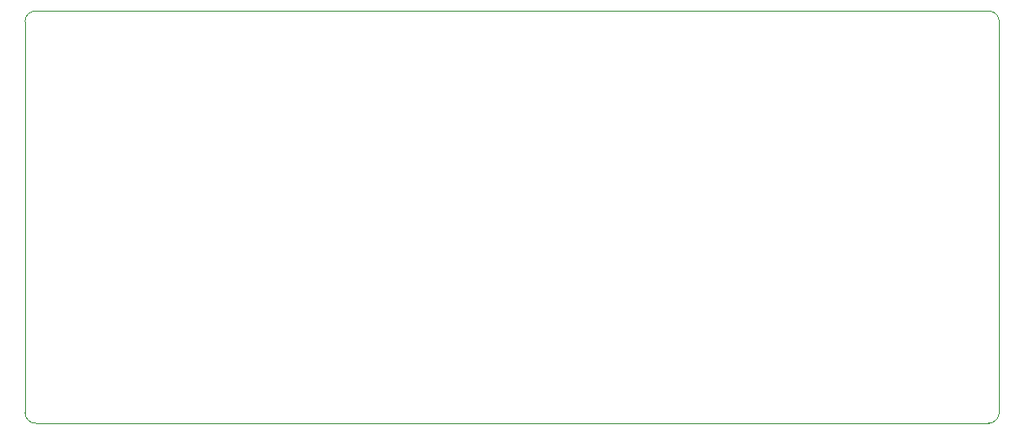
<source format=gbr>
%TF.GenerationSoftware,KiCad,Pcbnew,(6.0.0)*%
%TF.CreationDate,2022-01-14T12:25:06-05:00*%
%TF.ProjectId,ADC-board-HX711,4144432d-626f-4617-9264-2d4858373131,rev?*%
%TF.SameCoordinates,Original*%
%TF.FileFunction,Profile,NP*%
%FSLAX46Y46*%
G04 Gerber Fmt 4.6, Leading zero omitted, Abs format (unit mm)*
G04 Created by KiCad (PCBNEW (6.0.0)) date 2022-01-14 12:25:06*
%MOMM*%
%LPD*%
G01*
G04 APERTURE LIST*
%TA.AperFunction,Profile*%
%ADD10C,0.100000*%
%TD*%
G04 APERTURE END LIST*
D10*
X1000000Y0D02*
G75*
G03*
X0Y-1000000I-1J-999999D01*
G01*
X92000000Y-1000000D02*
G75*
G03*
X91000000Y0I-999999J1D01*
G01*
X0Y-1000000D02*
X0Y-38000000D01*
X92000000Y-1000000D02*
X92000000Y-38000000D01*
X1000000Y-39000000D02*
X91000000Y-39000000D01*
X0Y-38000000D02*
G75*
G03*
X1000000Y-39000000I999999J-1D01*
G01*
X91000000Y0D02*
X1000000Y0D01*
X91000000Y-39000000D02*
G75*
G03*
X92000000Y-38000000I1J999999D01*
G01*
M02*

</source>
